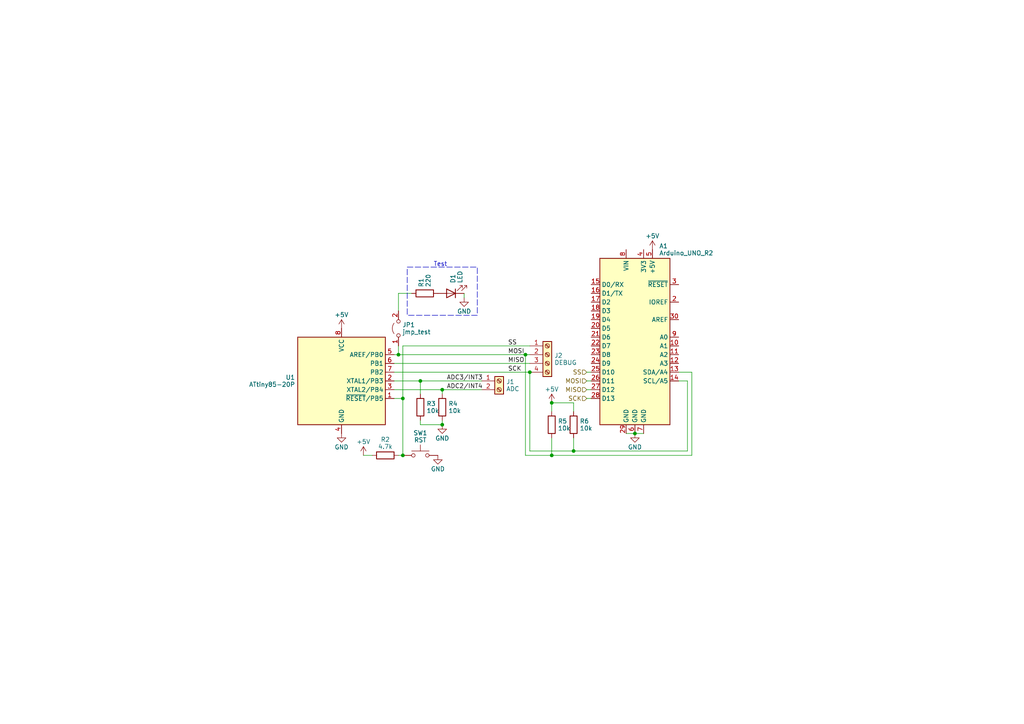
<source format=kicad_sch>
(kicad_sch (version 20230121) (generator eeschema)
  (paper "A4")
  (lib_symbols
    (symbol "Connector:Screw_Terminal_01x02" (pin_names (offset 1.016) hide)
      (property "Reference" "J" (at 0 2.54 0))
      (property "Value" "Screw_Terminal_01x02" (at 0 -5.08 0))
      (symbol "Screw_Terminal_01x02_1_1"
        (rectangle (start -1.27 1.27) (end 1.27 -3.81) (stroke (width 0.254)) (fill (type background)))
        (circle (center 0 -2.54) (radius 0.635) (stroke (width 0.1524)))
        (polyline (pts (xy -0.5334 -2.2098) (xy 0.3302 -3.048)) (stroke (width 0.1524)))
        (polyline (pts (xy -0.5334 0.3302) (xy 0.3302 -0.508)) (stroke (width 0.1524)))
        (polyline (pts (xy -0.3556 -2.032) (xy 0.508 -2.8702)) (stroke (width 0.1524)))
        (polyline (pts (xy -0.3556 0.508) (xy 0.508 -0.3302)) (stroke (width 0.1524)))
        (circle (center 0 0) (radius 0.635) (stroke (width 0.1524)))
        (pin passive line (at -5.08 0 0) (length 3.81) (name "Pin_1") (number "1"))
        (pin passive line (at -5.08 -2.54 0) (length 3.81) (name "Pin_2") (number "2"))
      )
    )
    (symbol "Connector:Screw_Terminal_01x04" (pin_names (offset 1.016) hide)
      (property "Reference" "J" (at 0 5.08 0))
      (property "Value" "Screw_Terminal_01x04" (at 0 -7.62 0))
      (symbol "Screw_Terminal_01x04_1_1"
        (rectangle (start -1.27 3.81) (end 1.27 -6.35) (stroke (width 0.254)) (fill (type background)))
        (circle (center 0 -5.08) (radius 0.635) (stroke (width 0.1524)))
        (circle (center 0 -2.54) (radius 0.635) (stroke (width 0.1524)))
        (polyline (pts (xy -0.5334 -4.7498) (xy 0.3302 -5.588)) (stroke (width 0.1524)))
        (polyline (pts (xy -0.5334 -2.2098) (xy 0.3302 -3.048)) (stroke (width 0.1524)))
        (polyline (pts (xy -0.5334 0.3302) (xy 0.3302 -0.508)) (stroke (width 0.1524)))
        (polyline (pts (xy -0.5334 2.8702) (xy 0.3302 2.032)) (stroke (width 0.1524)))
        (polyline (pts (xy -0.3556 -4.572) (xy 0.508 -5.4102)) (stroke (width 0.1524)))
        (polyline (pts (xy -0.3556 -2.032) (xy 0.508 -2.8702)) (stroke (width 0.1524)))
        (polyline (pts (xy -0.3556 0.508) (xy 0.508 -0.3302)) (stroke (width 0.1524)))
        (polyline (pts (xy -0.3556 3.048) (xy 0.508 2.2098)) (stroke (width 0.1524)))
        (circle (center 0 0) (radius 0.635) (stroke (width 0.1524)))
        (circle (center 0 2.54) (radius 0.635) (stroke (width 0.1524)))
        (pin passive line (at -5.08 2.54 0) (length 3.81) (name "Pin_1") (number "1"))
        (pin passive line (at -5.08 0 0) (length 3.81) (name "Pin_2") (number "2"))
        (pin passive line (at -5.08 -2.54 0) (length 3.81) (name "Pin_3") (number "3"))
        (pin passive line (at -5.08 -5.08 0) (length 3.81) (name "Pin_4") (number "4"))
      )
    )
    (symbol "Device:LED" (pin_numbers hide) (pin_names (offset 1.016) hide)
      (property "Reference" "D" (at 0 2.54 0))
      (property "Value" "LED" (at 0 -2.54 0))
      (symbol "LED_0_1"
        (polyline (pts (xy -1.27 -1.27) (xy -1.27 1.27)) (stroke (width 0.254)))
        (polyline (pts (xy -1.27 0) (xy 1.27 0)))
        (polyline (pts (xy 1.27 -1.27) (xy 1.27 1.27) (xy -1.27 0) (xy 1.27 -1.27)) (stroke (width 0.254)))
        (polyline (pts (xy -3.048 -0.762) (xy -4.572 -2.286) (xy -3.81 -2.286) (xy -4.572 -2.286) (xy -4.572 -1.524)))
        (polyline (pts (xy -1.778 -0.762) (xy -3.302 -2.286) (xy -2.54 -2.286) (xy -3.302 -2.286) (xy -3.302 -1.524)))
      )
      (symbol "LED_1_1"
        (pin passive line (at -3.81 0 0) (length 2.54) (name "K") (number "1"))
        (pin passive line (at 3.81 0 180) (length 2.54) (name "A") (number "2"))
      )
    )
    (symbol "Device:R" (pin_numbers hide) (pin_names (offset 0))
      (property "Reference" "R" (at 2.032 0 90))
      (property "Value" "R" (at 0 0 90))
      (symbol "R_0_1"
        (rectangle (start -1.016 -2.54) (end 1.016 2.54) (stroke (width 0.254)))
      )
      (symbol "R_1_1"
        (pin passive line (at 0 3.81 270) (length 1.27) (name "~") (number "1"))
        (pin passive line (at 0 -3.81 90) (length 1.27) (name "~") (number "2"))
      )
    )
    (symbol "Jumper:Jumper_2_Open" (pin_names (offset 0) hide)
      (property "Reference" "JP" (at 0 2.794 0))
      (property "Value" "Jumper_2_Open" (at 0 -2.286 0))
      (symbol "Jumper_2_Open_0_0"
        (circle (center -2.032 0) (radius 0.508))
        (circle (center 2.032 0) (radius 0.508))
      )
      (symbol "Jumper_2_Open_0_1"
        (arc (start 1.524 1.27) (mid 0 1.778) (end -1.524 1.27))
      )
      (symbol "Jumper_2_Open_1_1"
        (pin passive line (at -5.08 0 0) (length 2.54) (name "A") (number "1"))
        (pin passive line (at 5.08 0 180) (length 2.54) (name "B") (number "2"))
      )
    )
    (symbol "MCU_Microchip_ATtiny:ATtiny85-20P"
      (property "Reference" "U" (at -12.7 13.97 0))
      (property "Value" "ATtiny85-20P" (at 2.54 -13.97 0))
      (symbol "ATtiny85-20P_0_1"
        (rectangle (start -12.7 -12.7) (end 12.7 12.7) (stroke (width 0.254)) (fill (type background)))
      )
      (symbol "ATtiny85-20P_1_1"
        (pin bidirectional line (at 15.24 -5.08 180) (length 2.54) (name "~{RESET}/PB5") (number "1"))
        (pin bidirectional line (at 15.24 0 180) (length 2.54) (name "XTAL1/PB3") (number "2"))
        (pin bidirectional line (at 15.24 -2.54 180) (length 2.54) (name "XTAL2/PB4") (number "3"))
        (pin power_in line (at 0 -15.24 90) (length 2.54) (name "GND") (number "4"))
        (pin bidirectional line (at 15.24 7.62 180) (length 2.54) (name "AREF/PB0") (number "5"))
        (pin bidirectional line (at 15.24 5.08 180) (length 2.54) (name "PB1") (number "6"))
        (pin bidirectional line (at 15.24 2.54 180) (length 2.54) (name "PB2") (number "7"))
        (pin power_in line (at 0 15.24 270) (length 2.54) (name "VCC") (number "8"))
      )
    )
    (symbol "MCU_Module:Arduino_UNO_R2"
      (property "Reference" "A" (at -10.16 23.495 0))
      (property "Value" "Arduino_UNO_R2" (at 5.08 -26.67 0))
      (symbol "Arduino_UNO_R2_0_1"
        (rectangle (start -10.16 22.86) (end 10.16 -25.4) (stroke (width 0.254)) (fill (type background)))
      )
      (symbol "Arduino_UNO_R2_1_1"
        (pin no_connect line (at -10.16 -20.32 0) (length 2.54) hide (name "NC") (number "1"))
        (pin bidirectional line (at 12.7 -2.54 180) (length 2.54) (name "A1") (number "10"))
        (pin bidirectional line (at 12.7 -5.08 180) (length 2.54) (name "A2") (number "11"))
        (pin bidirectional line (at 12.7 -7.62 180) (length 2.54) (name "A3") (number "12"))
        (pin bidirectional line (at 12.7 -10.16 180) (length 2.54) (name "SDA/A4") (number "13"))
        (pin bidirectional line (at 12.7 -12.7 180) (length 2.54) (name "SCL/A5") (number "14"))
        (pin bidirectional line (at -12.7 15.24 0) (length 2.54) (name "D0/RX") (number "15"))
        (pin bidirectional line (at -12.7 12.7 0) (length 2.54) (name "D1/TX") (number "16"))
        (pin bidirectional line (at -12.7 10.16 0) (length 2.54) (name "D2") (number "17"))
        (pin bidirectional line (at -12.7 7.62 0) (length 2.54) (name "D3") (number "18"))
        (pin bidirectional line (at -12.7 5.08 0) (length 2.54) (name "D4") (number "19"))
        (pin output line (at 12.7 10.16 180) (length 2.54) (name "IOREF") (number "2"))
        (pin bidirectional line (at -12.7 2.54 0) (length 2.54) (name "D5") (number "20"))
        (pin bidirectional line (at -12.7 0 0) (length 2.54) (name "D6") (number "21"))
        (pin bidirectional line (at -12.7 -2.54 0) (length 2.54) (name "D7") (number "22"))
        (pin bidirectional line (at -12.7 -5.08 0) (length 2.54) (name "D8") (number "23"))
        (pin bidirectional line (at -12.7 -7.62 0) (length 2.54) (name "D9") (number "24"))
        (pin bidirectional line (at -12.7 -10.16 0) (length 2.54) (name "D10") (number "25"))
        (pin bidirectional line (at -12.7 -12.7 0) (length 2.54) (name "D11") (number "26"))
        (pin bidirectional line (at -12.7 -15.24 0) (length 2.54) (name "D12") (number "27"))
        (pin bidirectional line (at -12.7 -17.78 0) (length 2.54) (name "D13") (number "28"))
        (pin power_in line (at -2.54 -27.94 90) (length 2.54) (name "GND") (number "29"))
        (pin input line (at 12.7 15.24 180) (length 2.54) (name "~{RESET}") (number "3"))
        (pin input line (at 12.7 5.08 180) (length 2.54) (name "AREF") (number "30"))
        (pin power_out line (at 2.54 25.4 270) (length 2.54) (name "3V3") (number "4"))
        (pin power_out line (at 5.08 25.4 270) (length 2.54) (name "+5V") (number "5"))
        (pin power_in line (at 0 -27.94 90) (length 2.54) (name "GND") (number "6"))
        (pin power_in line (at 2.54 -27.94 90) (length 2.54) (name "GND") (number "7"))
        (pin power_in line (at -2.54 25.4 270) (length 2.54) (name "VIN") (number "8"))
        (pin bidirectional line (at 12.7 0 180) (length 2.54) (name "A0") (number "9"))
      )
    )
    (symbol "Switch:SW_Push" (pin_numbers hide) (pin_names (offset 1.016) hide)
      (property "Reference" "SW" (at 1.27 2.54 0))
      (property "Value" "SW_Push" (at 0 -1.524 0))
      (symbol "SW_Push_0_1"
        (circle (center -2.032 0) (radius 0.508))
        (polyline (pts (xy 0 1.27) (xy 0 3.048)))
        (polyline (pts (xy 2.54 1.27) (xy -2.54 1.27)))
        (circle (center 2.032 0) (radius 0.508))
        (pin passive line (at -5.08 0 0) (length 2.54) (name "1") (number "1"))
        (pin passive line (at 5.08 0 180) (length 2.54) (name "2") (number "2"))
      )
    )
    (symbol "power:+5V" (power) (pin_names (offset 0))
      (property "Value" "+5V" (at 0 3.556 0))
      (symbol "+5V_0_1"
        (polyline (pts (xy -0.762 1.27) (xy 0 2.54)))
        (polyline (pts (xy 0 0) (xy 0 2.54)))
        (polyline (pts (xy 0 2.54) (xy 0.762 1.27)))
      )
      (symbol "+5V_1_1"
        (pin power_in line (at 0 0 90) (length 0) hide (name "+5V") (number "1"))
      )
    )
    (symbol "power:GND" (power) (pin_names (offset 0))
      (property "Value" "GND" (at 0 -3.81 0))
      (symbol "GND_0_1"
        (polyline (pts (xy 0 0) (xy 0 -1.27) (xy 1.27 -1.27) (xy 0 -2.54) (xy -1.27 -1.27) (xy 0 -1.27)))
      )
      (symbol "GND_1_1"
        (pin power_in line (at 0 0 270) (length 0) hide (name "GND") (number "1"))
      )
    )
  )
  (junction (at 115.57 102.87))
  (junction (at 153.67 107.95))
  (junction (at 116.84 115.57))
  (junction (at 160.02 116.84))
  (junction (at 128.27 123.19))
  (junction (at 166.37 130.81))
  (junction (at 121.92 110.49))
  (junction (at 128.27 113.03))
  (junction (at 116.84 132.08))
  (junction (at 184.15 125.73))
  (junction (at 152.4 102.87))
  (junction (at 160.02 132.08))
  (wire (pts (xy 160.02 116.84) (xy 160.02 119.38)))
  (wire (pts (xy 170.18 113.03) (xy 171.45 113.03)))
  (wire (pts (xy 152.4 102.87) (xy 153.67 102.87)))
  (wire (pts (xy 114.3 107.95) (xy 153.67 107.95)))
  (wire (pts (xy 200.66 132.08) (xy 160.02 132.08)))
  (wire (pts (xy 121.92 110.49) (xy 139.7 110.49)))
  (wire (pts (xy 121.92 121.92) (xy 121.92 123.19)))
  (wire (pts (xy 116.84 100.33) (xy 116.84 115.57)))
  (wire (pts (xy 115.57 102.87) (xy 152.4 102.87)))
  (wire (pts (xy 116.84 100.33) (xy 153.67 100.33)))
  (wire (pts (xy 114.3 102.87) (xy 115.57 102.87)))
  (wire (pts (xy 166.37 127) (xy 166.37 130.81)))
  (wire (pts (xy 114.3 113.03) (xy 128.27 113.03)))
  (wire (pts (xy 200.66 107.95) (xy 200.66 132.08)))
  (wire (pts (xy 128.27 121.92) (xy 128.27 123.19)))
  (wire (pts (xy 121.92 123.19) (xy 128.27 123.19)))
  (wire (pts (xy 181.61 125.73) (xy 184.15 125.73)))
  (wire (pts (xy 115.57 85.09) (xy 119.38 85.09)))
  (wire (pts (xy 166.37 130.81) (xy 153.67 130.81)))
  (wire (pts (xy 153.67 130.81) (xy 153.67 107.95)))
  (wire (pts (xy 199.39 130.81) (xy 166.37 130.81)))
  (wire (pts (xy 105.41 132.08) (xy 107.95 132.08)))
  (wire (pts (xy 196.85 110.49) (xy 199.39 110.49)))
  (wire (pts (xy 115.57 100.33) (xy 115.57 102.87)))
  (wire (pts (xy 128.27 113.03) (xy 128.27 114.3)))
  (wire (pts (xy 170.18 107.95) (xy 171.45 107.95)))
  (wire (pts (xy 114.3 115.57) (xy 116.84 115.57)))
  (wire (pts (xy 184.15 125.73) (xy 186.69 125.73)))
  (wire (pts (xy 170.18 115.57) (xy 171.45 115.57)))
  (wire (pts (xy 116.84 115.57) (xy 116.84 132.08)))
  (wire (pts (xy 134.62 85.09) (xy 134.62 86.36)))
  (wire (pts (xy 160.02 127) (xy 160.02 132.08)))
  (wire (pts (xy 166.37 119.38) (xy 166.37 116.84)))
  (wire (pts (xy 115.57 90.17) (xy 115.57 85.09)))
  (wire (pts (xy 121.92 110.49) (xy 121.92 114.3)))
  (wire (pts (xy 196.85 107.95) (xy 200.66 107.95)))
  (wire (pts (xy 114.3 105.41) (xy 153.67 105.41)))
  (wire (pts (xy 115.57 132.08) (xy 116.84 132.08)))
  (wire (pts (xy 128.27 113.03) (xy 139.7 113.03)))
  (wire (pts (xy 170.18 110.49) (xy 171.45 110.49)))
  (wire (pts (xy 152.4 102.87) (xy 152.4 132.08)))
  (wire (pts (xy 160.02 132.08) (xy 152.4 132.08)))
  (wire (pts (xy 199.39 110.49) (xy 199.39 130.81)))
  (wire (pts (xy 166.37 116.84) (xy 160.02 116.84)))
  (wire (pts (xy 114.3 110.49) (xy 121.92 110.49)))
  (rectangle (start 118.11 77.47) (end 138.43 91.44) (stroke (width 0) (type dash)))
  (text "Test" (at 125.73 77.47 0) (effects (font (size 1.27 1.27)) (justify left bottom)))
  (label "SCK" (at 147.32 107.95 0))
  (label "SS" (at 147.32 100.33 0))
  (label "MISO" (at 147.32 105.41 0))
  (label "MOSI" (at 147.32 102.87 0))
  (label "ADC3{slash}INT3" (at 129.54 110.49 0))
  (label "ADC2{slash}INT4" (at 129.54 113.03 0))
  (hierarchical_label "MISO" (shape input) (at 170.18 113.03 180))
  (hierarchical_label "SCK" (shape input) (at 170.18 115.57 180))
  (hierarchical_label "MOSI" (shape input) (at 170.18 110.49 180))
  (hierarchical_label "SS" (shape input) (at 170.18 107.95 180))
  (symbol (lib_id "power:+5V") (at 189.23 72.39 0) (unit 1)
    (property "Reference" "#PWR09" (effects hide))
    (property "Value" "+5V" (at 189.23 68.445 0))
  )
  (symbol (lib_id "Connector:Screw_Terminal_01x04") (at 158.75 102.87 0) (unit 1)
    (property "Reference" "J2" (at 160.782 103.116 0) (effects (justify left)))
    (property "Value" "DEBUG" (at 160.782 105.164 0) (effects (justify left)))
  )
  (symbol (lib_id "power:GND") (at 134.62 86.36 0) (unit 1)
    (property "Reference" "#PWR01" (effects hide))
    (property "Value" "GND" (at 134.62 90.305 0))
  )
  (symbol (lib_id "MCU_Module:Arduino_UNO_R2") (at 184.15 97.79 0) (unit 1)
    (property "Reference" "A1" (at 191.1859 71.35 0) (effects (justify left)))
    (property "Value" "Arduino_UNO_R2" (at 191.1859 73.398 0) (effects (justify left)))
    (property "Footprint" "Module:Arduino_UNO_R2" (effects hide))
    (property "Datasheet" "https://www.arduino.cc/en/Main/arduinoBoardUno" (effects hide))
  )
  (symbol (lib_id "Device:R") (at 128.27 118.11 0) (unit 1)
    (property "Reference" "R4" (at 130.048 117.086 0) (effects (justify left)))
    (property "Value" "10k" (at 130.048 119.134 0) (effects (justify left)))
  )
  (symbol (lib_id "power:GND") (at 99.06 125.73 0) (unit 1)
    (property "Reference" "#PWR05" (effects hide))
    (property "Value" "GND" (at 99.06 129.675 0))
  )
  (symbol (lib_id "Device:LED") (at 130.81 85.09 180) (unit 1)
    (property "Reference" "D1" (at 131.3735 82.169 90) (effects (justify right)))
    (property "Value" "LED" (at 133.4215 82.169 90) (effects (justify right)))
  )
  (symbol (lib_id "Connector:Screw_Terminal_01x02") (at 144.78 110.49 0) (unit 1)
    (property "Reference" "J1" (at 146.812 110.736 0) (effects (justify left)))
    (property "Value" "ADC" (at 146.812 112.784 0) (effects (justify left)))
  )
  (symbol (lib_id "Device:R") (at 121.92 118.11 0) (unit 1)
    (property "Reference" "R3" (at 123.698 117.086 0) (effects (justify left)))
    (property "Value" "10k" (at 123.698 119.134 0) (effects (justify left)))
  )
  (symbol (lib_id "Device:R") (at 123.19 85.09 90) (unit 1)
    (property "Reference" "R1" (at 122.166 83.312 0) (effects (justify left)))
    (property "Value" "220" (at 124.214 83.312 0) (effects (justify left)))
  )
  (symbol (lib_id "power:+5V") (at 160.02 116.84 0) (unit 1)
    (property "Reference" "#PWR02" (effects hide))
    (property "Value" "+5V" (at 160.02 112.895 0))
  )
  (symbol (lib_id "Switch:SW_Push") (at 121.92 132.08 0) (unit 1)
    (property "Reference" "SW1" (at 121.92 125.579 0))
    (property "Value" "RST" (at 121.92 127.627 0))
  )
  (symbol (lib_id "power:GND") (at 184.15 125.73 0) (unit 1)
    (property "Reference" "#PWR06" (effects hide))
    (property "Value" "GND" (at 184.15 129.675 0))
  )
  (symbol (lib_id "power:+5V") (at 99.06 95.25 0) (unit 1)
    (property "Reference" "#PWR011" (effects hide))
    (property "Value" "+5V" (at 99.06 91.305 0))
  )
  (symbol (lib_id "Jumper:Jumper_2_Open") (at 115.57 95.25 90) (unit 1)
    (property "Reference" "JP1" (at 116.713 94.226 90) (effects (justify right)))
    (property "Value" "jmp_test" (at 116.713 96.274 90) (effects (justify right)))
  )
  (symbol (lib_id "power:GND") (at 128.27 123.19 0) (unit 1)
    (property "Reference" "#PWR04" (effects hide))
    (property "Value" "GND" (at 128.27 127.135 0))
  )
  (symbol (lib_id "power:GND") (at 127 132.08 0) (unit 1)
    (property "Reference" "#PWR03" (effects hide))
    (property "Value" "GND" (at 127 136.025 0))
  )
  (symbol (lib_id "power:+5V") (at 105.41 132.08 0) (unit 1)
    (property "Reference" "#PWR010" (effects hide))
    (property "Value" "+5V" (at 105.41 128.135 0))
  )
  (symbol (lib_id "Device:R") (at 166.37 123.19 0) (unit 1)
    (property "Reference" "R6" (at 168.148 122.166 0) (effects (justify left)))
    (property "Value" "10k" (at 168.148 124.214 0) (effects (justify left)))
  )
  (symbol (lib_id "Device:R") (at 111.76 132.08 90) (unit 1)
    (property "Reference" "R2" (at 111.76 127.484 90))
    (property "Value" "4.7k" (at 111.76 129.532 90))
  )
  (symbol (lib_id "MCU_Microchip_ATtiny:ATtiny85-20P") (at 99.06 110.49 0) (unit 1)
    (property "Reference" "U1" (at 85.5981 109.466 0) (effects (justify right)))
    (property "Value" "ATtiny85-20P" (at 85.5981 111.514 0) (effects (justify right)))
    (property "Footprint" "Package_DIP:DIP-8_W7.62mm" (effects hide))
    (property "Datasheet" "http://ww1.microchip.com/downloads/en/DeviceDoc/atmel-2586-avr-8-bit-microcontroller-attiny25-attiny45-attiny85_datasheet.pdf" (effects hide))
  )
  (symbol (lib_id "Device:R") (at 160.02 123.19 0) (unit 1)
    (property "Reference" "R5" (at 161.798 122.166 0) (effects (justify left)))
    (property "Value" "10k" (at 161.798 124.214 0) (effects (justify left)))
  )
)
</source>
